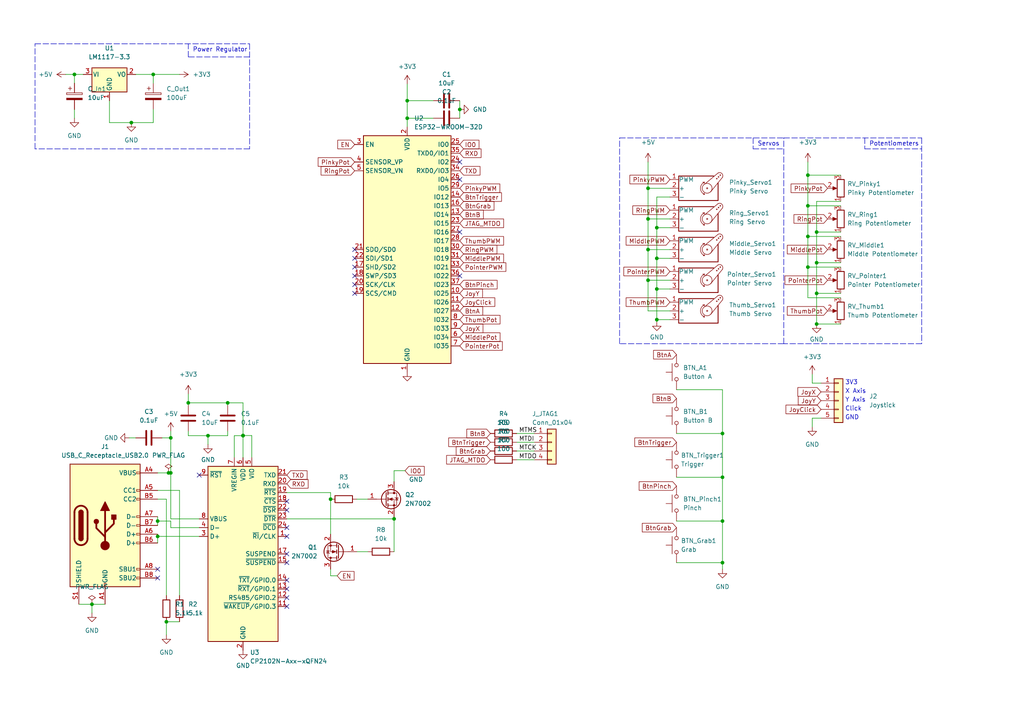
<source format=kicad_sch>
(kicad_sch (version 20211123) (generator eeschema)
  (paper "A4")
  (lib_symbols
    (symbol "Connector:USB_C_Receptacle_USB2.0" (pin_names (offset 1.016))
      (property "Reference" "J" (at -10.16 19.05 0))
      (property "Value" "USB_C_Receptacle_USB2.0" (at 19.05 19.05 0))
      (symbol "USB_C_Receptacle_USB2.0_0_0"
        (rectangle (start -0.254 -17.78) (end 0.254 -16.764))
        (rectangle (start 10.16 -14.986) (end 9.144 -15.494))
        (rectangle (start 10.16 -12.446) (end 9.144 -12.954))
        (rectangle (start 10.16 -4.826) (end 9.144 -5.334))
        (rectangle (start 10.16 -2.286) (end 9.144 -2.794))
        (rectangle (start 10.16 0.254) (end 9.144 -0.254))
        (rectangle (start 10.16 2.794) (end 9.144 2.286))
        (rectangle (start 10.16 7.874) (end 9.144 7.366))
        (rectangle (start 10.16 10.414) (end 9.144 9.906))
        (rectangle (start 10.16 15.494) (end 9.144 14.986))
      )
      (symbol "USB_C_Receptacle_USB2.0_0_1"
        (rectangle (start -10.16 17.78) (end 10.16 -17.78) (stroke (width 0.254)) (fill (type background)))
        (arc (start -8.89 -3.81) (mid -6.985 -5.715) (end -5.08 -3.81) (stroke (width 0.508)))
        (arc (start -7.62 -3.81) (mid -6.985 -4.445) (end -6.35 -3.81) (stroke (width 0.254)))
        (arc (start -7.62 -3.81) (mid -6.985 -4.445) (end -6.35 -3.81) (stroke (width 0.254)) (fill (type outline)))
        (rectangle (start -7.62 -3.81) (end -6.35 3.81) (stroke (width 0.254)) (fill (type outline)))
        (arc (start -6.35 3.81) (mid -6.985 4.445) (end -7.62 3.81) (stroke (width 0.254)))
        (arc (start -6.35 3.81) (mid -6.985 4.445) (end -7.62 3.81) (stroke (width 0.254)) (fill (type outline)))
        (arc (start -5.08 3.81) (mid -6.985 5.715) (end -8.89 3.81) (stroke (width 0.508)))
        (circle (center -2.54 1.143) (radius 0.635) (stroke (width 0.254)) (fill (type outline)))
        (circle (center 0 -5.842) (radius 1.27) (fill (type outline)))
        (polyline (pts (xy -8.89 -3.81) (xy -8.89 3.81)) (stroke (width 0.508)))
        (polyline (pts (xy -5.08 3.81) (xy -5.08 -3.81)) (stroke (width 0.508)))
        (polyline (pts (xy 0 -5.842) (xy 0 4.318)) (stroke (width 0.508)))
        (polyline (pts (xy 0 -3.302) (xy -2.54 -0.762) (xy -2.54 0.508)) (stroke (width 0.508)))
        (polyline (pts (xy 0 -2.032) (xy 2.54 0.508) (xy 2.54 1.778)) (stroke (width 0.508)))
        (polyline (pts (xy -1.27 4.318) (xy 0 6.858) (xy 1.27 4.318) (xy -1.27 4.318)) (stroke (width 0.254)) (fill (type outline)))
        (rectangle (start 1.905 1.778) (end 3.175 3.048) (stroke (width 0.254)) (fill (type outline)))
      )
      (symbol "USB_C_Receptacle_USB2.0_1_1"
        (pin passive line (at 0 -22.86 90) (length 5.08) (name "GND") (number "A1"))
        (pin passive line (at 0 -22.86 90) (length 5.08) hide (name "GND") (number "A12"))
        (pin passive line (at 15.24 15.24 180) (length 5.08) (name "VBUS") (number "A4"))
        (pin bidirectional line (at 15.24 10.16 180) (length 5.08) (name "CC1") (number "A5"))
        (pin bidirectional line (at 15.24 -2.54 180) (length 5.08) (name "D+") (number "A6"))
        (pin bidirectional line (at 15.24 2.54 180) (length 5.08) (name "D-") (number "A7"))
        (pin bidirectional line (at 15.24 -12.7 180) (length 5.08) (name "SBU1") (number "A8"))
        (pin passive line (at 15.24 15.24 180) (length 5.08) hide (name "VBUS") (number "A9"))
        (pin passive line (at 0 -22.86 90) (length 5.08) hide (name "GND") (number "B1"))
        (pin passive line (at 0 -22.86 90) (length 5.08) hide (name "GND") (number "B12"))
        (pin passive line (at 15.24 15.24 180) (length 5.08) hide (name "VBUS") (number "B4"))
        (pin bidirectional line (at 15.24 7.62 180) (length 5.08) (name "CC2") (number "B5"))
        (pin bidirectional line (at 15.24 -5.08 180) (length 5.08) (name "D+") (number "B6"))
        (pin bidirectional line (at 15.24 0 180) (length 5.08) (name "D-") (number "B7"))
        (pin bidirectional line (at 15.24 -15.24 180) (length 5.08) (name "SBU2") (number "B8"))
        (pin passive line (at 15.24 15.24 180) (length 5.08) hide (name "VBUS") (number "B9"))
        (pin passive line (at -7.62 -22.86 90) (length 5.08) (name "SHIELD") (number "S1"))
      )
    )
    (symbol "Connector_Generic:Conn_01x04" (pin_names (offset 1.016) hide)
      (property "Reference" "J" (at 0 5.08 0))
      (property "Value" "Conn_01x04" (at 0 -7.62 0))
      (symbol "Conn_01x04_1_1"
        (rectangle (start -1.27 -4.953) (end 0 -5.207) (stroke (width 0.1524)))
        (rectangle (start -1.27 -2.413) (end 0 -2.667) (stroke (width 0.1524)))
        (rectangle (start -1.27 0.127) (end 0 -0.127) (stroke (width 0.1524)))
        (rectangle (start -1.27 2.667) (end 0 2.413) (stroke (width 0.1524)))
        (rectangle (start -1.27 3.81) (end 1.27 -6.35) (stroke (width 0.254)) (fill (type background)))
        (pin passive line (at -5.08 2.54 0) (length 3.81) (name "Pin_1") (number "1"))
        (pin passive line (at -5.08 0 0) (length 3.81) (name "Pin_2") (number "2"))
        (pin passive line (at -5.08 -2.54 0) (length 3.81) (name "Pin_3") (number "3"))
        (pin passive line (at -5.08 -5.08 0) (length 3.81) (name "Pin_4") (number "4"))
      )
    )
    (symbol "Connector_Generic:Conn_01x05" (pin_names (offset 1.016) hide)
      (property "Reference" "J" (at 0 7.62 0))
      (property "Value" "Conn_01x05" (at 0 -7.62 0))
      (symbol "Conn_01x05_1_1"
        (rectangle (start -1.27 -4.953) (end 0 -5.207) (stroke (width 0.1524)))
        (rectangle (start -1.27 -2.413) (end 0 -2.667) (stroke (width 0.1524)))
        (rectangle (start -1.27 0.127) (end 0 -0.127) (stroke (width 0.1524)))
        (rectangle (start -1.27 2.667) (end 0 2.413) (stroke (width 0.1524)))
        (rectangle (start -1.27 5.207) (end 0 4.953) (stroke (width 0.1524)))
        (rectangle (start -1.27 6.35) (end 1.27 -6.35) (stroke (width 0.254)) (fill (type background)))
        (pin passive line (at -5.08 5.08 0) (length 3.81) (name "Pin_1") (number "1"))
        (pin passive line (at -5.08 2.54 0) (length 3.81) (name "Pin_2") (number "2"))
        (pin passive line (at -5.08 0 0) (length 3.81) (name "Pin_3") (number "3"))
        (pin passive line (at -5.08 -2.54 0) (length 3.81) (name "Pin_4") (number "4"))
        (pin passive line (at -5.08 -5.08 0) (length 3.81) (name "Pin_5") (number "5"))
      )
    )
    (symbol "Device:C" (pin_numbers hide) (pin_names (offset 0.254))
      (property "Reference" "C" (at 0.635 2.54 0))
      (property "Value" "C" (at 0.635 -2.54 0))
      (symbol "C_0_1"
        (polyline (pts (xy -2.032 -0.762) (xy 2.032 -0.762)) (stroke (width 0.508)))
        (polyline (pts (xy -2.032 0.762) (xy 2.032 0.762)) (stroke (width 0.508)))
      )
      (symbol "C_1_1"
        (pin passive line (at 0 3.81 270) (length 2.794) (name "~") (number "1"))
        (pin passive line (at 0 -3.81 90) (length 2.794) (name "~") (number "2"))
      )
    )
    (symbol "Device:C_Polarized" (pin_numbers hide) (pin_names (offset 0.254))
      (property "Reference" "C" (at 0.635 2.54 0))
      (property "Value" "C_Polarized" (at 0.635 -2.54 0))
      (symbol "C_Polarized_0_1"
        (rectangle (start -2.286 0.508) (end 2.286 1.016))
        (polyline (pts (xy -1.778 2.286) (xy -0.762 2.286)))
        (polyline (pts (xy -1.27 2.794) (xy -1.27 1.778)))
        (rectangle (start 2.286 -0.508) (end -2.286 -1.016) (fill (type outline)))
      )
      (symbol "C_Polarized_1_1"
        (pin passive line (at 0 3.81 270) (length 2.794) (name "~") (number "1"))
        (pin passive line (at 0 -3.81 90) (length 2.794) (name "~") (number "2"))
      )
    )
    (symbol "Device:R" (pin_numbers hide) (pin_names (offset 0))
      (property "Reference" "R" (at 2.032 0 90))
      (property "Value" "R" (at 0 0 90))
      (symbol "R_0_1"
        (rectangle (start -1.016 -2.54) (end 1.016 2.54) (stroke (width 0.254)))
      )
      (symbol "R_1_1"
        (pin passive line (at 0 3.81 270) (length 1.27) (name "~") (number "1"))
        (pin passive line (at 0 -3.81 90) (length 1.27) (name "~") (number "2"))
      )
    )
    (symbol "Device:R_Potentiometer" (pin_names (offset 1.016) hide)
      (property "Reference" "RV" (at -4.445 0 90))
      (property "Value" "R_Potentiometer" (at -2.54 0 90))
      (symbol "R_Potentiometer_0_1"
        (polyline (pts (xy 2.54 0) (xy 1.524 0)))
        (polyline (pts (xy 1.143 0) (xy 2.286 0.508) (xy 2.286 -0.508) (xy 1.143 0)) (fill (type outline)))
        (rectangle (start 1.016 2.54) (end -1.016 -2.54) (stroke (width 0.254)))
      )
      (symbol "R_Potentiometer_1_1"
        (pin passive line (at 0 3.81 270) (length 1.27) (name "1") (number "1"))
        (pin passive line (at 3.81 0 180) (length 1.27) (name "2") (number "2"))
        (pin passive line (at 0 -3.81 90) (length 1.27) (name "3") (number "3"))
      )
    )
    (symbol "Interface_USB:CP2102N-Axx-xQFN24"
      (property "Reference" "U" (at -8.89 26.67 0))
      (property "Value" "CP2102N-Axx-xQFN24" (at 13.97 26.67 0))
      (symbol "CP2102N-Axx-xQFN24_0_1"
        (rectangle (start -10.16 25.4) (end 10.16 -25.4) (stroke (width 0.254)) (fill (type background)))
      )
      (symbol "CP2102N-Axx-xQFN24_1_1"
        (pin bidirectional line (at 12.7 5.08 180) (length 2.54) (name "~{RI}/CLK") (number "1"))
        (pin no_connect line (at -10.16 -22.86 0) (length 2.54) hide (name "NC") (number "10"))
        (pin bidirectional line (at 12.7 -15.24 180) (length 2.54) (name "~{WAKEUP}/GPIO.3") (number "11"))
        (pin bidirectional line (at 12.7 -12.7 180) (length 2.54) (name "RS485/GPIO.2") (number "12"))
        (pin bidirectional line (at 12.7 -10.16 180) (length 2.54) (name "~{RXT}/GPIO.1") (number "13"))
        (pin bidirectional line (at 12.7 -7.62 180) (length 2.54) (name "~{TXT}/GPIO.0") (number "14"))
        (pin output line (at 12.7 -2.54 180) (length 2.54) (name "~{SUSPEND}") (number "15"))
        (pin no_connect line (at 10.16 -22.86 180) (length 2.54) hide (name "NC") (number "16"))
        (pin output line (at 12.7 0 180) (length 2.54) (name "SUSPEND") (number "17"))
        (pin input line (at 12.7 15.24 180) (length 2.54) (name "~{CTS}") (number "18"))
        (pin output line (at 12.7 17.78 180) (length 2.54) (name "~{RTS}") (number "19"))
        (pin power_in line (at 0 -27.94 90) (length 2.54) (name "GND") (number "2"))
        (pin input line (at 12.7 20.32 180) (length 2.54) (name "RXD") (number "20"))
        (pin output line (at 12.7 22.86 180) (length 2.54) (name "TXD") (number "21"))
        (pin input line (at 12.7 12.7 180) (length 2.54) (name "~{DSR}") (number "22"))
        (pin output line (at 12.7 10.16 180) (length 2.54) (name "~{DTR}") (number "23"))
        (pin input line (at 12.7 7.62 180) (length 2.54) (name "~{DCD}") (number "24"))
        (pin passive line (at 0 -27.94 90) (length 2.54) hide (name "GND") (number "25"))
        (pin bidirectional line (at -12.7 5.08 0) (length 2.54) (name "D+") (number "3"))
        (pin bidirectional line (at -12.7 7.62 0) (length 2.54) (name "D-") (number "4"))
        (pin power_in line (at 2.54 27.94 270) (length 2.54) (name "VIO") (number "5"))
        (pin power_in line (at 0 27.94 270) (length 2.54) (name "VDD") (number "6"))
        (pin power_in line (at -2.54 27.94 270) (length 2.54) (name "VREGIN") (number "7"))
        (pin input line (at -12.7 10.16 0) (length 2.54) (name "VBUS") (number "8"))
        (pin input line (at -12.7 22.86 0) (length 2.54) (name "~{RST}") (number "9"))
      )
    )
    (symbol "Motor:Motor_Servo" (pin_names (offset 0.0254))
      (property "Reference" "M" (at -5.08 4.445 0))
      (property "Value" "Motor_Servo" (at -5.08 -4.064 0))
      (symbol "Motor_Servo_0_1"
        (polyline (pts (xy 2.413 -1.778) (xy 2.032 -1.778)))
        (polyline (pts (xy 2.413 -1.778) (xy 2.286 -1.397)))
        (polyline (pts (xy 2.413 1.778) (xy 1.905 1.778)))
        (polyline (pts (xy 2.413 1.778) (xy 2.286 1.397)))
        (polyline (pts (xy 6.35 4.445) (xy 2.54 1.27)))
        (polyline (pts (xy 7.62 3.175) (xy 4.191 -1.016)))
        (polyline (pts (xy 5.08 3.556) (xy -5.08 3.556) (xy -5.08 -3.556) (xy 6.35 -3.556) (xy 6.35 1.524)) (stroke (width 0.254)))
        (arc (start 2.413 1.778) (mid 1.2406 0) (end 2.413 -1.778))
        (circle (center 3.175 0) (radius 0.1778))
        (circle (center 3.175 0) (radius 1.4224))
        (circle (center 5.969 2.794) (radius 0.127))
        (circle (center 6.477 3.302) (radius 0.127))
        (circle (center 6.985 3.81) (radius 0.127))
        (arc (start 7.62 3.175) (mid 7.4485 4.2735) (end 6.35 4.445))
      )
      (symbol "Motor_Servo_1_1"
        (pin passive line (at -7.62 2.54 0) (length 2.54) (name "PWM") (number "1"))
        (pin passive line (at -7.62 0 0) (length 2.54) (name "+") (number "2"))
        (pin passive line (at -7.62 -2.54 0) (length 2.54) (name "-") (number "3"))
      )
    )
    (symbol "RF_Module:ESP32-WROOM-32D"
      (property "Reference" "U" (at -12.7 34.29 0))
      (property "Value" "ESP32-WROOM-32D" (at 1.27 34.29 0))
      (symbol "ESP32-WROOM-32D_0_1"
        (rectangle (start -12.7 33.02) (end 12.7 -33.02) (stroke (width 0.254)) (fill (type background)))
      )
      (symbol "ESP32-WROOM-32D_1_1"
        (pin power_in line (at 0 -35.56 90) (length 2.54) (name "GND") (number "1"))
        (pin bidirectional line (at 15.24 -12.7 180) (length 2.54) (name "IO25") (number "10"))
        (pin bidirectional line (at 15.24 -15.24 180) (length 2.54) (name "IO26") (number "11"))
        (pin bidirectional line (at 15.24 -17.78 180) (length 2.54) (name "IO27") (number "12"))
        (pin bidirectional line (at 15.24 10.16 180) (length 2.54) (name "IO14") (number "13"))
        (pin bidirectional line (at 15.24 15.24 180) (length 2.54) (name "IO12") (number "14"))
        (pin passive line (at 0 -35.56 90) (length 2.54) hide (name "GND") (number "15"))
        (pin bidirectional line (at 15.24 12.7 180) (length 2.54) (name "IO13") (number "16"))
        (pin bidirectional line (at -15.24 -5.08 0) (length 2.54) (name "SHD/SD2") (number "17"))
        (pin bidirectional line (at -15.24 -7.62 0) (length 2.54) (name "SWP/SD3") (number "18"))
        (pin bidirectional line (at -15.24 -12.7 0) (length 2.54) (name "SCS/CMD") (number "19"))
        (pin power_in line (at 0 35.56 270) (length 2.54) (name "VDD") (number "2"))
        (pin bidirectional line (at -15.24 -10.16 0) (length 2.54) (name "SCK/CLK") (number "20"))
        (pin bidirectional line (at -15.24 0 0) (length 2.54) (name "SDO/SD0") (number "21"))
        (pin bidirectional line (at -15.24 -2.54 0) (length 2.54) (name "SDI/SD1") (number "22"))
        (pin bidirectional line (at 15.24 7.62 180) (length 2.54) (name "IO15") (number "23"))
        (pin bidirectional line (at 15.24 25.4 180) (length 2.54) (name "IO2") (number "24"))
        (pin bidirectional line (at 15.24 30.48 180) (length 2.54) (name "IO0") (number "25"))
        (pin bidirectional line (at 15.24 20.32 180) (length 2.54) (name "IO4") (number "26"))
        (pin bidirectional line (at 15.24 5.08 180) (length 2.54) (name "IO16") (number "27"))
        (pin bidirectional line (at 15.24 2.54 180) (length 2.54) (name "IO17") (number "28"))
        (pin bidirectional line (at 15.24 17.78 180) (length 2.54) (name "IO5") (number "29"))
        (pin input line (at -15.24 30.48 0) (length 2.54) (name "EN") (number "3"))
        (pin bidirectional line (at 15.24 0 180) (length 2.54) (name "IO18") (number "30"))
        (pin bidirectional line (at 15.24 -2.54 180) (length 2.54) (name "IO19") (number "31"))
        (pin no_connect line (at -12.7 -27.94 0) (length 2.54) hide (name "NC") (number "32"))
        (pin bidirectional line (at 15.24 -5.08 180) (length 2.54) (name "IO21") (number "33"))
        (pin bidirectional line (at 15.24 22.86 180) (length 2.54) (name "RXD0/IO3") (number "34"))
        (pin bidirectional line (at 15.24 27.94 180) (length 2.54) (name "TXD0/IO1") (number "35"))
        (pin bidirectional line (at 15.24 -7.62 180) (length 2.54) (name "IO22") (number "36"))
        (pin bidirectional line (at 15.24 -10.16 180) (length 2.54) (name "IO23") (number "37"))
        (pin passive line (at 0 -35.56 90) (length 2.54) hide (name "GND") (number "38"))
        (pin passive line (at 0 -35.56 90) (length 2.54) hide (name "GND") (number "39"))
        (pin input line (at -15.24 25.4 0) (length 2.54) (name "SENSOR_VP") (number "4"))
        (pin input line (at -15.24 22.86 0) (length 2.54) (name "SENSOR_VN") (number "5"))
        (pin input line (at 15.24 -25.4 180) (length 2.54) (name "IO34") (number "6"))
        (pin input line (at 15.24 -27.94 180) (length 2.54) (name "IO35") (number "7"))
        (pin bidirectional line (at 15.24 -20.32 180) (length 2.54) (name "IO32") (number "8"))
        (pin bidirectional line (at 15.24 -22.86 180) (length 2.54) (name "IO33") (number "9"))
      )
    )
    (symbol "Regulator_Linear:LM1117-3.3" (pin_names (offset 0.254))
      (property "Reference" "U" (at -3.81 3.175 0))
      (property "Value" "LM1117-3.3" (at 0 3.175 0))
      (symbol "LM1117-3.3_0_1"
        (rectangle (start -5.08 -5.08) (end 5.08 1.905) (stroke (width 0.254)) (fill (type background)))
      )
      (symbol "LM1117-3.3_1_1"
        (pin power_in line (at 0 -7.62 90) (length 2.54) (name "GND") (number "1"))
        (pin power_out line (at 7.62 0 180) (length 2.54) (name "VO") (number "2"))
        (pin power_in line (at -7.62 0 0) (length 2.54) (name "VI") (number "3"))
      )
    )
    (symbol "Switch:SW_Push" (pin_numbers hide) (pin_names (offset 1.016) hide)
      (property "Reference" "SW" (at 1.27 2.54 0))
      (property "Value" "SW_Push" (at 0 -1.524 0))
      (symbol "SW_Push_0_1"
        (circle (center -2.032 0) (radius 0.508))
        (polyline (pts (xy 0 1.27) (xy 0 3.048)))
        (polyline (pts (xy 2.54 1.27) (xy -2.54 1.27)))
        (circle (center 2.032 0) (radius 0.508))
        (pin passive line (at -5.08 0 0) (length 2.54) (name "1") (number "1"))
        (pin passive line (at 5.08 0 180) (length 2.54) (name "2") (number "2"))
      )
    )
    (symbol "Transistor_FET:2N7002" (pin_names hide)
      (property "Reference" "Q" (at 5.08 1.905 0))
      (property "Value" "2N7002" (at 5.08 0 0))
      (symbol "2N7002_0_1"
        (polyline (pts (xy 0.254 0) (xy -2.54 0)))
        (polyline (pts (xy 0.254 1.905) (xy 0.254 -1.905)) (stroke (width 0.254)))
        (polyline (pts (xy 0.762 -1.27) (xy 0.762 -2.286)) (stroke (width 0.254)))
        (polyline (pts (xy 0.762 0.508) (xy 0.762 -0.508)) (stroke (width 0.254)))
        (polyline (pts (xy 0.762 2.286) (xy 0.762 1.27)) (stroke (width 0.254)))
        (polyline (pts (xy 2.54 2.54) (xy 2.54 1.778)))
        (polyline (pts (xy 2.54 -2.54) (xy 2.54 0) (xy 0.762 0)))
        (polyline (pts (xy 0.762 -1.778) (xy 3.302 -1.778) (xy 3.302 1.778) (xy 0.762 1.778)))
        (polyline (pts (xy 1.016 0) (xy 2.032 0.381) (xy 2.032 -0.381) (xy 1.016 0)) (fill (type outline)))
        (polyline (pts (xy 2.794 0.508) (xy 2.921 0.381) (xy 3.683 0.381) (xy 3.81 0.254)))
        (polyline (pts (xy 3.302 0.381) (xy 2.921 -0.254) (xy 3.683 -0.254) (xy 3.302 0.381)))
        (circle (center 1.651 0) (radius 2.794) (stroke (width 0.254)))
        (circle (center 2.54 -1.778) (radius 0.254) (fill (type outline)))
        (circle (center 2.54 1.778) (radius 0.254) (fill (type outline)))
      )
      (symbol "2N7002_1_1"
        (pin input line (at -5.08 0 0) (length 2.54) (name "G") (number "1"))
        (pin passive line (at 2.54 -5.08 90) (length 2.54) (name "S") (number "2"))
        (pin passive line (at 2.54 5.08 270) (length 2.54) (name "D") (number "3"))
      )
    )
    (symbol "power:+3V3" (power) (pin_names (offset 0))
      (property "Value" "+3V3" (at 0 3.556 0))
      (symbol "+3V3_0_1"
        (polyline (pts (xy -0.762 1.27) (xy 0 2.54)))
        (polyline (pts (xy 0 0) (xy 0 2.54)))
        (polyline (pts (xy 0 2.54) (xy 0.762 1.27)))
      )
      (symbol "+3V3_1_1"
        (pin power_in line (at 0 0 90) (length 0) hide (name "+3V3") (number "1"))
      )
    )
    (symbol "power:+5V" (power) (pin_names (offset 0))
      (property "Value" "+5V" (at 0 3.556 0))
      (symbol "+5V_0_1"
        (polyline (pts (xy -0.762 1.27) (xy 0 2.54)))
        (polyline (pts (xy 0 0) (xy 0 2.54)))
        (polyline (pts (xy 0 2.54) (xy 0.762 1.27)))
      )
      (symbol "+5V_1_1"
        (pin power_in line (at 0 0 90) (length 0) hide (name "+5V") (number "1"))
      )
    )
    (symbol "power:GND" (power) (pin_names (offset 0))
      (property "Value" "GND" (at 0 -3.81 0))
      (symbol "GND_0_1"
        (polyline (pts (xy 0 0) (xy 0 -1.27) (xy 1.27 -1.27) (xy 0 -2.54) (xy -1.27 -1.27) (xy 0 -1.27)))
      )
      (symbol "GND_1_1"
        (pin power_in line (at 0 0 270) (length 0) hide (name "GND") (number "1"))
      )
    )
    (symbol "power:PWR_FLAG" (power) (pin_numbers hide) (pin_names (offset 0) hide)
      (property "Value" "PWR_FLAG" (at 0 3.81 0))
      (symbol "PWR_FLAG_0_0"
        (pin power_out line (at 0 0 90) (length 0) (name "pwr") (number "1"))
      )
      (symbol "PWR_FLAG_0_1"
        (polyline (pts (xy 0 0) (xy 0 1.27) (xy -1.016 1.905) (xy 0 2.54) (xy 1.016 1.905) (xy 0 1.27)))
      )
    )
  )
  (junction (at 48.895 137.16))
  (junction (at 133.35 31.75))
  (junction (at 234.315 50.8))
  (junction (at 26.67 175.26))
  (junction (at 60.325 126.365))
  (junction (at 48.26 180.34))
  (junction (at 70.485 126.3242))
  (junction (at 236.855 85.09))
  (junction (at 209.55 151.13))
  (junction (at 187.96 72.39))
  (junction (at 54.61 116.84))
  (junction (at 70.485 126.365))
  (junction (at 45.72 155.575))
  (junction (at 187.96 54.61))
  (junction (at 49.53 137.16))
  (junction (at 187.96 63.5))
  (junction (at 209.55 138.43))
  (junction (at 49.53 127))
  (junction (at 234.315 68.58))
  (junction (at 45.72 151.13))
  (junction (at 21.59 21.59))
  (junction (at 38.1 35.56))
  (junction (at 95.885 144.78))
  (junction (at 190.5 74.93))
  (junction (at 190.5 66.04))
  (junction (at 114.3 150.495))
  (junction (at 66.04 116.84))
  (junction (at 234.315 59.69))
  (junction (at 234.315 77.47))
  (junction (at 236.855 93.98))
  (junction (at 209.55 125.73))
  (junction (at 236.855 76.2))
  (junction (at 187.96 81.28))
  (junction (at 209.55 163.195))
  (junction (at 190.5 92.71))
  (junction (at 236.855 67.31))
  (junction (at 118.11 29.21))
  (junction (at 44.45 21.59))
  (junction (at 190.5 83.82))
  (junction (at 118.11 34.29))
  (no_connect (at 133.35 46.99))
  (no_connect (at 102.87 82.55))
  (no_connect (at 83.185 160.655))
  (no_connect (at 83.185 175.895))
  (no_connect (at 83.185 147.955))
  (no_connect (at 102.87 77.47))
  (no_connect (at 83.185 173.355))
  (no_connect (at 83.185 155.575))
  (no_connect (at 102.87 85.09))
  (no_connect (at 57.785 137.795))
  (no_connect (at 102.87 80.01))
  (no_connect (at 83.185 163.195))
  (no_connect (at 102.87 74.93))
  (no_connect (at 83.185 168.275))
  (no_connect (at 102.87 72.39))
  (no_connect (at 45.72 165.1))
  (no_connect (at 45.72 167.64))
  (no_connect (at 83.185 145.415))
  (no_connect (at 83.185 153.035))
  (no_connect (at 83.185 170.815))
  (no_connect (at 133.35 80.01))
  (no_connect (at 133.35 67.31))
  (no_connect (at 133.35 52.07))
  (wire (pts (xy 190.5 66.04) (xy 194.31 66.04)))
  (wire (pts (xy 149.86 125.73) (xy 154.94 125.73)))
  (polyline (pts (xy 179.705 40.005) (xy 227.33 40.005)))
  (wire (pts (xy 209.55 151.13) (xy 209.55 163.195)))
  (wire (pts (xy 21.59 31.75) (xy 21.59 34.29)))
  (polyline (pts (xy 218.44 40.005) (xy 218.44 43.18)))
  (wire (pts (xy 26.67 175.26) (xy 30.48 175.26)))
  (polyline (pts (xy 250.825 40.005) (xy 250.825 43.18)))
  (polyline (pts (xy 227.33 99.695) (xy 179.705 99.695)))
  (wire (pts (xy 31.75 35.56) (xy 38.1 35.56)))
  (wire (pts (xy 70.485 126.365) (xy 67.945 126.365)))
  (wire (pts (xy 52.07 142.24) (xy 52.07 172.72)))
  (wire (pts (xy 39.37 21.59) (xy 44.45 21.59)))
  (wire (pts (xy 48.26 180.34) (xy 52.07 180.34)))
  (wire (pts (xy 31.75 29.21) (xy 31.75 35.56)))
  (wire (pts (xy 49.53 151.13) (xy 45.72 151.13)))
  (wire (pts (xy 66.04 126.365) (xy 60.325 126.365)))
  (wire (pts (xy 194.31 63.5) (xy 187.96 63.5)))
  (wire (pts (xy 44.45 31.75) (xy 44.45 35.56)))
  (wire (pts (xy 209.55 113.03) (xy 209.55 125.73)))
  (wire (pts (xy 133.35 29.21) (xy 133.35 31.75)))
  (wire (pts (xy 234.315 77.47) (xy 234.315 86.36)))
  (polyline (pts (xy 227.33 99.695) (xy 227.33 40.005)))
  (wire (pts (xy 44.45 21.59) (xy 44.45 24.13)))
  (wire (pts (xy 243.84 58.42) (xy 236.855 58.42)))
  (polyline (pts (xy 54.61 16.51) (xy 54.61 12.7)))
  (polyline (pts (xy 72.39 12.7) (xy 72.39 43.18)))
  (wire (pts (xy 70.485 126.365) (xy 70.485 132.715)))
  (wire (pts (xy 236.855 58.42) (xy 236.855 67.31)))
  (wire (pts (xy 60.325 126.365) (xy 54.61 126.365)))
  (wire (pts (xy 95.885 144.78) (xy 95.885 154.94)))
  (wire (pts (xy 209.55 125.73) (xy 196.215 125.73)))
  (wire (pts (xy 118.11 34.29) (xy 118.11 36.83)))
  (wire (pts (xy 187.96 90.17) (xy 187.96 81.28)))
  (wire (pts (xy 66.04 116.84) (xy 70.485 116.84)))
  (polyline (pts (xy 10.16 12.7) (xy 72.39 12.7)))
  (wire (pts (xy 103.505 160.02) (xy 106.68 160.02)))
  (wire (pts (xy 21.59 21.59) (xy 24.13 21.59)))
  (wire (pts (xy 48.895 137.16) (xy 45.72 137.16)))
  (wire (pts (xy 114.3 149.86) (xy 114.3 150.495)))
  (wire (pts (xy 45.72 155.575) (xy 45.72 157.48)))
  (wire (pts (xy 234.315 68.58) (xy 234.315 77.47)))
  (wire (pts (xy 45.72 151.13) (xy 45.72 152.4)))
  (wire (pts (xy 45.72 142.24) (xy 52.07 142.24)))
  (wire (pts (xy 194.31 90.17) (xy 187.96 90.17)))
  (wire (pts (xy 83.185 142.875) (xy 95.885 142.875)))
  (wire (pts (xy 54.61 126.365) (xy 54.61 125.095)))
  (wire (pts (xy 236.855 76.2) (xy 243.84 76.2)))
  (wire (pts (xy 234.315 77.47) (xy 243.84 77.47)))
  (wire (pts (xy 236.855 93.98) (xy 243.84 93.98)))
  (wire (pts (xy 49.53 153.035) (xy 49.53 151.13)))
  (polyline (pts (xy 218.44 43.18) (xy 227.33 43.18)))
  (wire (pts (xy 54.61 116.84) (xy 54.61 117.475)))
  (wire (pts (xy 187.96 54.61) (xy 187.96 46.99)))
  (wire (pts (xy 149.86 133.35) (xy 154.94 133.35)))
  (wire (pts (xy 190.5 83.82) (xy 194.31 83.82)))
  (wire (pts (xy 48.26 144.78) (xy 48.26 172.72)))
  (wire (pts (xy 238.125 121.285) (xy 235.585 121.285)))
  (wire (pts (xy 60.325 128.905) (xy 60.325 126.365)))
  (wire (pts (xy 235.585 111.125) (xy 235.585 108.585)))
  (wire (pts (xy 243.84 67.31) (xy 236.855 67.31)))
  (wire (pts (xy 66.04 125.095) (xy 66.04 126.365)))
  (wire (pts (xy 103.505 144.78) (xy 106.68 144.78)))
  (wire (pts (xy 209.55 163.195) (xy 209.55 165.1)))
  (wire (pts (xy 49.53 127) (xy 49.53 137.16)))
  (wire (pts (xy 22.86 175.26) (xy 26.67 175.26)))
  (polyline (pts (xy 179.705 99.695) (xy 179.705 40.005)))
  (wire (pts (xy 118.11 24.384) (xy 118.11 29.21)))
  (polyline (pts (xy 10.16 43.18) (xy 10.16 12.7)))
  (wire (pts (xy 133.35 31.75) (xy 133.35 34.29)))
  (wire (pts (xy 194.31 72.39) (xy 187.96 72.39)))
  (wire (pts (xy 234.315 50.8) (xy 243.84 50.8)))
  (wire (pts (xy 38.1 35.56) (xy 44.45 35.56)))
  (wire (pts (xy 149.86 128.27) (xy 154.94 128.27)))
  (wire (pts (xy 45.72 149.86) (xy 45.72 151.13)))
  (wire (pts (xy 114.3 136.525) (xy 117.475 136.525)))
  (wire (pts (xy 118.11 29.21) (xy 118.11 34.29)))
  (wire (pts (xy 234.315 50.8) (xy 234.315 59.69)))
  (wire (pts (xy 49.53 137.16) (xy 49.53 150.495)))
  (wire (pts (xy 83.185 150.495) (xy 114.3 150.495)))
  (wire (pts (xy 54.61 116.84) (xy 66.04 116.84)))
  (wire (pts (xy 57.785 153.035) (xy 49.53 153.035)))
  (wire (pts (xy 45.72 155.575) (xy 57.785 155.575)))
  (wire (pts (xy 190.5 92.71) (xy 190.5 93.345)))
  (wire (pts (xy 243.84 59.69) (xy 234.315 59.69)))
  (wire (pts (xy 187.96 81.28) (xy 187.96 72.39)))
  (wire (pts (xy 194.31 81.28) (xy 187.96 81.28)))
  (wire (pts (xy 125.73 34.29) (xy 118.11 34.29)))
  (wire (pts (xy 190.5 83.82) (xy 190.5 92.71)))
  (polyline (pts (xy 250.825 43.18) (xy 267.335 43.18)))
  (polyline (pts (xy 227.33 40.005) (xy 267.335 40.005)))
  (wire (pts (xy 209.55 125.73) (xy 209.55 138.43)))
  (wire (pts (xy 209.55 138.43) (xy 196.215 138.43)))
  (wire (pts (xy 196.215 163.195) (xy 209.55 163.195)))
  (wire (pts (xy 70.485 116.84) (xy 70.485 126.3242)))
  (wire (pts (xy 48.26 180.34) (xy 48.26 184.15)))
  (wire (pts (xy 118.11 29.21) (xy 125.73 29.21)))
  (wire (pts (xy 234.315 68.58) (xy 243.84 68.58)))
  (wire (pts (xy 209.55 138.43) (xy 209.55 151.13)))
  (wire (pts (xy 95.885 167.005) (xy 97.79 167.005)))
  (wire (pts (xy 190.5 74.93) (xy 194.31 74.93)))
  (wire (pts (xy 49.53 125.095) (xy 49.53 127)))
  (wire (pts (xy 236.855 85.09) (xy 243.84 85.09)))
  (wire (pts (xy 194.31 57.15) (xy 190.5 57.15)))
  (wire (pts (xy 190.5 57.15) (xy 190.5 66.04)))
  (wire (pts (xy 95.885 142.875) (xy 95.885 144.78)))
  (wire (pts (xy 234.315 50.8) (xy 234.315 46.99)))
  (polyline (pts (xy 72.39 43.18) (xy 10.16 43.18)))
  (wire (pts (xy 95.885 165.1) (xy 95.885 167.005)))
  (wire (pts (xy 49.53 137.16) (xy 48.895 137.16)))
  (wire (pts (xy 187.96 72.39) (xy 187.96 63.5)))
  (wire (pts (xy 187.96 63.5) (xy 187.96 54.61)))
  (wire (pts (xy 236.855 85.09) (xy 236.855 93.98)))
  (polyline (pts (xy 267.335 99.695) (xy 227.33 99.695)))
  (wire (pts (xy 190.5 74.93) (xy 190.5 83.82)))
  (wire (pts (xy 54.61 114.3) (xy 54.61 116.84)))
  (wire (pts (xy 190.5 66.04) (xy 190.5 74.93)))
  (wire (pts (xy 114.3 139.7) (xy 114.3 136.525)))
  (polyline (pts (xy 72.39 16.51) (xy 54.61 16.51)))
  (wire (pts (xy 236.855 76.2) (xy 236.855 85.09)))
  (wire (pts (xy 235.585 121.285) (xy 235.585 123.825)))
  (wire (pts (xy 45.72 144.78) (xy 48.26 144.78)))
  (wire (pts (xy 19.05 21.59) (xy 21.59 21.59)))
  (wire (pts (xy 37.465 127) (xy 39.37 127)))
  (wire (pts (xy 73.025 126.3242) (xy 73.025 132.715)))
  (wire (pts (xy 194.31 54.61) (xy 187.96 54.61)))
  (wire (pts (xy 45.72 154.94) (xy 45.72 155.575)))
  (wire (pts (xy 114.3 150.495) (xy 114.3 160.02)))
  (wire (pts (xy 236.855 67.31) (xy 236.855 76.2)))
  (wire (pts (xy 21.59 21.59) (xy 21.59 24.13)))
  (wire (pts (xy 70.485 126.3242) (xy 70.485 126.365)))
  (wire (pts (xy 46.99 127) (xy 49.53 127)))
  (wire (pts (xy 238.125 111.125) (xy 235.585 111.125)))
  (wire (pts (xy 49.53 150.495) (xy 57.785 150.495)))
  (wire (pts (xy 70.485 126.3242) (xy 73.025 126.3242)))
  (wire (pts (xy 26.67 175.26) (xy 26.67 177.8)))
  (wire (pts (xy 149.86 130.81) (xy 154.94 130.81)))
  (wire (pts (xy 67.945 126.365) (xy 67.945 132.715)))
  (wire (pts (xy 234.315 59.69) (xy 234.315 68.58)))
  (wire (pts (xy 209.55 151.13) (xy 196.215 151.13)))
  (wire (pts (xy 66.04 116.84) (xy 66.04 117.475)))
  (polyline (pts (xy 267.335 40.005) (xy 267.335 99.695)))
  (wire (pts (xy 44.45 21.59) (xy 52.07 21.59)))
  (wire (pts (xy 243.84 86.36) (xy 234.315 86.36)))
  (wire (pts (xy 194.31 92.71) (xy 190.5 92.71)))
  (wire (pts (xy 196.215 113.03) (xy 209.55 113.03)))
  (text "X Axis" (at 245.11 114.3 0) (effects (font (size 1.27 1.27)) (justify left bottom)))
  (text "Servos" (at 219.71 42.545 0) (effects (font (size 1.27 1.27)) (justify left bottom)))
  (text "Power Regulator\n" (at 55.88 15.24 0) (effects (font (size 1.27 1.27)) (justify left bottom)))
  (text "Y Axis" (at 245.11 116.84 0) (effects (font (size 1.27 1.27)) (justify left bottom)))
  (text "GND\n" (at 245.11 121.92 0) (effects (font (size 1.27 1.27)) (justify left bottom)))
  (text "3V3" (at 245.11 111.76 0) (effects (font (size 1.27 1.27)) (justify left bottom)))
  (text "Potentiometers" (at 252.095 42.545 0) (effects (font (size 1.27 1.27)) (justify left bottom)))
  (text "Click" (at 245.11 119.38 0) (effects (font (size 1.27 1.27)) (justify left bottom)))
  (label "MTDI" (at 150.495 128.27 0))
  (label "MTDO" (at 150.495 133.35 0))
  (label "MTCK" (at 150.495 130.81 0))
  (label "MTMS" (at 150.495 125.73 0))
  (global_label "BtnB" (shape input) (at 196.215 115.57 180) (property "Intersheet References" "${INTERSHEET_REFS}" (effects hide)))
  (global_label "BtnB" (shape input) (at 142.24 125.73 180) (property "Intersheet References" "${INTERSHEET_REFS}" (effects hide)))
  (global_label "PointerPot" (shape input) (at 133.35 100.33 0) (property "Intersheet References" "${INTERSHEET_REFS}" (effects hide)))
  (global_label "BtnTrigger" (shape input) (at 196.215 128.27 180) (property "Intersheet References" "${INTERSHEET_REFS}" (effects hide)))
  (global_label "JoyY" (shape input) (at 133.35 85.09 0) (property "Intersheet References" "${INTERSHEET_REFS}" (effects hide)))
  (global_label "BtnPinch" (shape input) (at 133.35 82.55 0) (property "Intersheet References" "${INTERSHEET_REFS}" (effects hide)))
  (global_label "BtnB" (shape input) (at 133.35 62.23 0) (property "Intersheet References" "${INTERSHEET_REFS}" (effects hide)))
  (global_label "JTAG_MTDO" (shape input) (at 142.24 133.35 180) (property "Intersheet References" "${INTERSHEET_REFS}" (effects hide)))
  (global_label "BtnA" (shape input) (at 133.35 90.17 0) (property "Intersheet References" "${INTERSHEET_REFS}" (effects hide)))
  (global_label "IO0" (shape input) (at 117.475 136.525 0) (property "Intersheet References" "${INTERSHEET_REFS}" (effects hide)))
  (global_label "ThumbPot" (shape input) (at 133.35 92.71 0) (property "Intersheet References" "${INTERSHEET_REFS}" (effects hide)))
  (global_label "BtnGrab" (shape input) (at 133.35 59.69 0) (property "Intersheet References" "${INTERSHEET_REFS}" (effects hide)))
  (global_label "ThumbPot" (shape input) (at 240.03 90.17 180) (property "Intersheet References" "${INTERSHEET_REFS}" (effects hide)))
  (global_label "JoyY" (shape input) (at 238.125 116.205 180) (property "Intersheet References" "${INTERSHEET_REFS}" (effects hide)))
  (global_label "RingPot" (shape input) (at 240.03 63.5 180) (property "Intersheet References" "${INTERSHEET_REFS}" (effects hide)))
  (global_label "MiddlePot" (shape input) (at 240.03 72.39 180) (property "Intersheet References" "${INTERSHEET_REFS}" (effects hide)))
  (global_label "BtnGrab" (shape input) (at 196.215 153.035 180) (property "Intersheet References" "${INTERSHEET_REFS}" (effects hide)))
  (global_label "BtnGrab" (shape input) (at 142.24 130.81 180) (property "Intersheet References" "${INTERSHEET_REFS}" (effects hide)))
  (global_label "EN" (shape input) (at 97.79 167.005 0) (property "Intersheet References" "${INTERSHEET_REFS}" (effects hide)))
  (global_label "PointerPot" (shape input) (at 240.03 81.28 180) (property "Intersheet References" "${INTERSHEET_REFS}" (effects hide)))
  (global_label "ThumbPWM" (shape input) (at 194.31 87.63 180) (property "Intersheet References" "${INTERSHEET_REFS}" (effects hide)))
  (global_label "RXD" (shape input) (at 133.35 44.45 0) (property "Intersheet References" "${INTERSHEET_REFS}" (effects hide)))
  (global_label "JTAG_MTDO" (shape input) (at 133.35 64.77 0) (property "Intersheet References" "${INTERSHEET_REFS}" (effects hide)))
  (global_label "JoyClick" (shape input) (at 238.125 118.745 180) (property "Intersheet References" "${INTERSHEET_REFS}" (effects hide)))
  (global_label "EN" (shape input) (at 102.87 41.91 180) (property "Intersheet References" "${INTERSHEET_REFS}" (effects hide)))
  (global_label "BtnTrigger" (shape input) (at 133.35 57.15 0) (property "Intersheet References" "${INTERSHEET_REFS}" (effects hide)))
  (global_label "BtnPinch" (shape input) (at 196.215 140.97 180) (property "Intersheet References" "${INTERSHEET_REFS}" (effects hide)))
  (global_label "RingPWM" (shape input) (at 133.35 72.39 0) (property "Intersheet References" "${INTERSHEET_REFS}" (effects hide)))
  (global_label "RingPot" (shape input) (at 102.87 49.53 180) (property "Intersheet References" "${INTERSHEET_REFS}" (effects hide)))
  (global_label "PinkyPWM" (shape input) (at 194.31 52.07 180) (property "Intersheet References" "${INTERSHEET_REFS}" (effects hide)))
  (global_label "JoyX" (shape input) (at 133.35 95.25 0) (property "Intersheet References" "${INTERSHEET_REFS}" (effects hide)))
  (global_label "PinkyPWM" (shape input) (at 133.35 54.61 0) (property "Intersheet References" "${INTERSHEET_REFS}" (effects hide)))
  (global_label "RingPWM" (shape input) (at 194.31 60.96 180) (property "Intersheet References" "${INTERSHEET_REFS}" (effects hide)))
  (global_label "BtnA" (shape input) (at 196.215 102.87 180) (property "Intersheet References" "${INTERSHEET_REFS}" (effects hide)))
  (global_label "JoyX" (shape input) (at 238.125 113.665 180) (property "Intersheet References" "${INTERSHEET_REFS}" (effects hide)))
  (global_label "PointerPWM" (shape input) (at 194.31 78.74 180) (property "Intersheet References" "${INTERSHEET_REFS}" (effects hide)))
  (global_label "PointerPWM" (shape input) (at 133.35 77.47 0) (property "Intersheet References" "${INTERSHEET_REFS}" (effects hide)))
  (global_label "MiddlePWM" (shape input) (at 194.31 69.85 180) (property "Intersheet References" "${INTERSHEET_REFS}" (effects hide)))
  (global_label "TXD" (shape input) (at 133.35 49.53 0) (property "Intersheet References" "${INTERSHEET_REFS}" (effects hide)))
  (global_label "RXD" (shape input) (at 83.185 140.335 0) (property "Intersheet References" "${INTERSHEET_REFS}" (effects hide)))
  (global_label "MiddlePot" (shape input) (at 133.35 97.79 0) (property "Intersheet References" "${INTERSHEET_REFS}" (effects hide)))
  (global_label "JoyClick" (shape input) (at 133.35 87.63 0) (property "Intersheet References" "${INTERSHEET_REFS}" (effects hide)))
  (global_label "MiddlePWM" (shape input) (at 133.35 74.93 0) (property "Intersheet References" "${INTERSHEET_REFS}" (effects hide)))
  (global_label "IO0" (shape input) (at 133.35 41.91 0) (property "Intersheet References" "${INTERSHEET_REFS}" (effects hide)))
  (global_label "TXD" (shape input) (at 83.185 137.795 0) (property "Intersheet References" "${INTERSHEET_REFS}" (effects hide)))
  (global_label "PinkyPot" (shape input) (at 102.87 46.99 180) (property "Intersheet References" "${INTERSHEET_REFS}" (effects hide)))
  (global_label "PinkyPot" (shape input) (at 240.03 54.61 180) (property "Intersheet References" "${INTERSHEET_REFS}" (effects hide)))
  (global_label "BtnTrigger" (shape input) (at 142.24 128.27 180) (property "Intersheet References" "${INTERSHEET_REFS}" (effects hide)))
  (global_label "ThumbPWM" (shape input) (at 133.35 69.85 0) (property "Intersheet References" "${INTERSHEET_REFS}" (effects hide)))
  (symbol (lib_id "power:GND") (at 38.1 35.56 0) (unit 1)
    (property "Reference" "#PWR05" (effects hide))
    (property "Value" "GND" (at 38.1 40.64 0))
  )
  (symbol (lib_id "Transistor_FET:2N7002") (at 98.425 160.02 180) (unit 1)
    (property "Reference" "Q1" (at 92.075 158.7499 0) (effects (justify left)))
    (property "Value" "2N7002" (at 92.075 161.2899 0) (effects (justify left)))
    (property "Footprint" "Package_TO_SOT_SMD:SOT-23" (effects hide))
    (property "Datasheet" "https://www.onsemi.com/pub/Collateral/NDS7002A-D.PDF" (effects hide))
  )
  (symbol (lib_id "RF_Module:ESP32-WROOM-32D") (at 118.11 72.39 0) (unit 1)
    (property "Reference" "U2" (at 120.1294 34.29 0) (effects (justify left)))
    (property "Value" "ESP32-WROOM-32D" (at 120.1294 36.83 0) (effects (justify left)))
    (property "Footprint" "RF_Module:ESP32-WROOM-32" (effects hide))
    (property "Datasheet" "https://www.espressif.com/sites/default/files/documentation/esp32-wroom-32d_esp32-wroom-32u_datasheet_en.pdf" (effects hide))
  )
  (symbol (lib_id "Device:R") (at 146.05 130.81 90) (unit 1)
    (property "Reference" "R6" (at 146.05 125.095 90))
    (property "Value" "100" (at 146.05 127.635 90))
    (property "Footprint" "Resistor_SMD:R_0805_2012Metric_Pad1.20x1.40mm_HandSolder" (effects hide))
  )
  (symbol (lib_id "Motor:Motor_Servo") (at 201.93 54.61 0) (unit 1)
    (property "Reference" "Pinky_Servo1" (at 211.455 52.9065 0) (effects (justify left)))
    (property "Value" "Pinky Servo" (at 211.455 55.4465 0) (effects (justify left)))
    (property "Footprint" "Connector_JST:JST_XH_B3B-XH-A_1x03_P2.50mm_Vertical" (effects hide))
    (property "Datasheet" "http://forums.parallax.com/uploads/attachments/46831/74481.png" (effects hide))
  )
  (symbol (lib_id "power:GND") (at 70.485 188.595 0) (unit 1)
    (property "Reference" "#PWR020" (effects hide))
    (property "Value" "GND" (at 70.485 193.04 0))
  )
  (symbol (lib_id "power:+5V") (at 19.05 21.59 90) (unit 1)
    (property "Reference" "#PWR02" (effects hide))
    (property "Value" "+5V" (at 15.24 21.5899 90) (effects (justify left)))
  )
  (symbol (lib_id "Connector_Generic:Conn_01x05") (at 243.205 116.205 0) (unit 1)
    (property "Reference" "J2" (at 252.095 114.935 0) (effects (justify left)))
    (property "Value" "Joystick" (at 252.095 117.475 0) (effects (justify left)))
    (property "Footprint" "Connector_JST:JST_XH_B5B-XH-A_1x05_P2.50mm_Vertical" (effects hide))
  )
  (symbol (lib_id "Regulator_Linear:LM1117-3.3") (at 31.75 21.59 0) (unit 1)
    (property "Reference" "U1" (at 31.75 13.97 0))
    (property "Value" "LM1117-3.3" (at 31.75 16.51 0))
    (property "Footprint" "Package_TO_SOT_SMD:SOT-223" (effects hide))
    (property "Datasheet" "http://www.ti.com/lit/ds/symlink/lm1117.pdf" (effects hide))
  )
  (symbol (lib_id "power:GND") (at 48.26 184.15 0) (unit 1)
    (property "Reference" "#PWR021" (effects hide))
    (property "Value" "GND" (at 48.26 189.23 0))
  )
  (symbol (lib_id "Device:R") (at 48.26 176.53 0) (unit 1)
    (property "Reference" "R1" (at 50.8 175.2599 0) (effects (justify left)))
    (property "Value" "5.1k" (at 50.8 177.7999 0) (effects (justify left)))
    (property "Footprint" "Resistor_SMD:R_0805_2012Metric_Pad1.20x1.40mm_HandSolder" (effects hide))
  )
  (symbol (lib_id "Device:R") (at 146.05 125.73 90) (unit 1)
    (property "Reference" "R4" (at 146.05 120.015 90))
    (property "Value" "100" (at 146.05 122.555 90))
    (property "Footprint" "Resistor_SMD:R_0805_2012Metric_Pad1.20x1.40mm_HandSolder" (effects hide))
  )
  (symbol (lib_id "power:+3V3") (at 54.61 114.3 0) (unit 1)
    (property "Reference" "#PWR018" (effects hide))
    (property "Value" "+3V3" (at 54.61 108.585 0))
  )
  (symbol (lib_id "power:GND") (at 60.325 128.905 0) (unit 1)
    (property "Reference" "#PWR019" (effects hide))
    (property "Value" "GND" (at 60.325 133.35 0))
  )
  (symbol (lib_id "Device:C") (at 43.18 127 90) (unit 1)
    (property "Reference" "C3" (at 43.18 119.38 90))
    (property "Value" "0.1uF" (at 43.18 121.92 90))
    (property "Footprint" "Capacitor_SMD:C_0805_2012Metric_Pad1.18x1.45mm_HandSolder" (effects hide))
  )
  (symbol (lib_id "Device:R") (at 146.05 133.35 90) (unit 1)
    (property "Reference" "R7" (at 146.05 127.635 90))
    (property "Value" "100" (at 146.05 130.175 90))
    (property "Footprint" "Resistor_SMD:R_0805_2012Metric_Pad1.20x1.40mm_HandSolder" (effects hide))
  )
  (symbol (lib_id "Switch:SW_Push") (at 196.215 146.05 90) (unit 1)
    (property "Reference" "BTN_Pinch1" (at 198.12 144.7799 90) (effects (justify right)))
    (property "Value" "Pinch" (at 198.12 147.3199 90) (effects (justify right)))
    (property "Footprint" "Connector_JST:JST_XH_B2B-XH-A_1x02_P2.50mm_Vertical" (effects hide))
  )
  (symbol (lib_id "power:+3V3") (at 235.585 108.585 0) (unit 1)
    (property "Reference" "#PWR014" (effects hide))
    (property "Value" "+3V3" (at 235.585 103.505 0))
  )
  (symbol (lib_id "power:GND") (at 133.35 31.75 90) (unit 1)
    (property "Reference" "#PWR09" (effects hide))
    (property "Value" "GND" (at 137.16 31.7499 90) (effects (justify right)))
  )
  (symbol (lib_id "Device:R_Potentiometer") (at 243.84 90.17 180) (unit 1)
    (property "Reference" "RV_Thumb1" (at 245.745 88.8999 0) (effects (justify right)))
    (property "Value" "Thumb Potentiometer" (at 245.745 91.4399 0) (effects (justify right)))
    (property "Footprint" "Connector_JST:JST_XH_B3B-XH-A_1x03_P2.50mm_Vertical" (effects hide))
  )
  (symbol (lib_id "Device:C") (at 54.61 121.285 0) (unit 1)
    (property "Reference" "C4" (at 58.42 120.0149 0) (effects (justify left)))
    (property "Value" "10uF" (at 58.42 122.5549 0) (effects (justify left)))
    (property "Footprint" "Capacitor_SMD:C_0805_2012Metric_Pad1.18x1.45mm_HandSolder" (effects hide))
  )
  (symbol (lib_id "power:GND") (at 26.67 177.8 0) (unit 1)
    (property "Reference" "#PWR01" (effects hide))
    (property "Value" "GND" (at 26.67 182.88 0))
  )
  (symbol (lib_id "Transistor_FET:2N7002") (at 111.76 144.78 0) (unit 1)
    (property "Reference" "Q2" (at 117.475 143.5099 0) (effects (justify left)))
    (property "Value" "2N7002" (at 117.475 146.0499 0) (effects (justify left)))
    (property "Footprint" "Package_TO_SOT_SMD:SOT-23" (effects hide))
    (property "Datasheet" "https://www.onsemi.com/pub/Collateral/NDS7002A-D.PDF" (effects hide))
  )
  (symbol (lib_id "Device:C_Polarized") (at 21.59 27.94 0) (unit 1)
    (property "Reference" "C_In1" (at 25.4 25.7809 0) (effects (justify left)))
    (property "Value" "10uF" (at 25.4 28.3209 0) (effects (justify left)))
    (property "Footprint" "Capacitor_SMD:C_0805_2012Metric_Pad1.18x1.45mm_HandSolder" (effects hide))
  )
  (symbol (lib_id "power:+3V3") (at 52.07 21.59 270) (unit 1)
    (property "Reference" "#PWR06" (effects hide))
    (property "Value" "+3V3" (at 55.88 21.5899 90) (effects (justify left)))
  )
  (symbol (lib_id "Motor:Motor_Servo") (at 201.93 72.39 0) (unit 1)
    (property "Reference" "Middle_Servo1" (at 211.455 70.6865 0) (effects (justify left)))
    (property "Value" "Middle Servo" (at 211.455 73.2265 0) (effects (justify left)))
    (property "Footprint" "Connector_JST:JST_XH_B3B-XH-A_1x03_P2.50mm_Vertical" (effects hide))
    (property "Datasheet" "http://forums.parallax.com/uploads/attachments/46831/74481.png" (effects hide))
  )
  (symbol (lib_id "power:GND") (at 236.855 93.98 0) (unit 1)
    (property "Reference" "#PWR016" (effects hide))
    (property "Value" "GND" (at 236.855 98.425 0))
  )
  (symbol (lib_id "power:GND") (at 209.55 165.1 0) (unit 1)
    (property "Reference" "#PWR012" (effects hide))
    (property "Value" "GND" (at 209.55 170.18 0))
  )
  (symbol (lib_id "power:GND") (at 235.585 123.825 0) (unit 1)
    (property "Reference" "#PWR015" (effects hide))
    (property "Value" "GND" (at 235.585 128.905 0))
  )
  (symbol (lib_id "Device:R_Potentiometer") (at 243.84 63.5 180) (unit 1)
    (property "Reference" "RV_Ring1" (at 245.745 62.2299 0) (effects (justify right)))
    (property "Value" "Ring Potentiometer" (at 245.745 64.7699 0) (effects (justify right)))
    (property "Footprint" "Connector_JST:JST_XH_B3B-XH-A_1x03_P2.50mm_Vertical" (effects hide))
  )
  (symbol (lib_id "power:PWR_FLAG") (at 48.895 137.16 0) (unit 1)
    (property "Reference" "#FLG02" (effects hide))
    (property "Value" "PWR_FLAG" (at 48.895 132.08 0))
  )
  (symbol (lib_id "Device:C") (at 129.54 34.29 90) (unit 1)
    (property "Reference" "C2" (at 129.54 26.67 90))
    (property "Value" "0.1uF" (at 129.54 29.21 90))
    (property "Footprint" "Capacitor_SMD:C_0805_2012Metric_Pad1.18x1.45mm_HandSolder" (effects hide))
  )
  (symbol (lib_id "Interface_USB:CP2102N-Axx-xQFN24") (at 70.485 160.655 0) (unit 1)
    (property "Reference" "U3" (at 72.5044 189.23 0) (effects (justify left)))
    (property "Value" "CP2102N-Axx-xQFN24" (at 72.5044 191.77 0) (effects (justify left)))
    (property "Footprint" "Package_DFN_QFN:QFN-24-1EP_4x4mm_P0.5mm_EP2.6x2.6mm" (effects hide))
    (property "Datasheet" "https://www.silabs.com/documents/public/data-sheets/cp2102n-datasheet.pdf" (effects hide))
  )
  (symbol (lib_id "Device:R") (at 99.695 144.78 90) (unit 1)
    (property "Reference" "R3" (at 99.695 138.43 90))
    (property "Value" "10k" (at 99.695 140.97 90))
    (property "Footprint" "Resistor_SMD:R_0805_2012Metric_Pad1.20x1.40mm_HandSolder" (effects hide))
  )
  (symbol (lib_id "Device:R") (at 146.05 128.27 90) (unit 1)
    (property "Reference" "R5" (at 146.05 122.555 90))
    (property "Value" "100" (at 146.05 125.095 90))
    (property "Footprint" "Resistor_SMD:R_0805_2012Metric_Pad1.20x1.40mm_HandSolder" (effects hide))
  )
  (symbol (lib_id "Motor:Motor_Servo") (at 201.93 63.5 0) (unit 1)
    (property "Reference" "Ring_Servo1" (at 211.455 61.7965 0) (effects (justify left)))
    (property "Value" "Ring Servo" (at 211.455 64.3365 0) (effects (justify left)))
    (property "Footprint" "Connector_JST:JST_XH_B3B-XH-A_1x03_P2.50mm_Vertical" (effects hide))
    (property "Datasheet" "http://forums.parallax.com/uploads/attachments/46831/74481.png" (effects hide))
  )
  (symbol (lib_id "Device:C") (at 66.04 121.285 0) (unit 1)
    (property "Reference" "C5" (at 69.85 120.0149 0) (effects (justify left)))
    (property "Value" "0.1uF" (at 69.85 122.5549 0) (effects (justify left)))
    (property "Footprint" "Capacitor_SMD:C_0805_2012Metric_Pad1.18x1.45mm_HandSolder" (effects hide))
  )
  (symbol (lib_id "Motor:Motor_Servo") (at 201.93 81.28 0) (unit 1)
    (property "Reference" "Pointer_Servo1" (at 210.82 79.5765 0) (effects (justify left)))
    (property "Value" "Pointer Servo" (at 210.82 82.1165 0) (effects (justify left)))
    (property "Footprint" "Connector_JST:JST_XH_B3B-XH-A_1x03_P2.50mm_Vertical" (effects hide))
    (property "Datasheet" "http://forums.parallax.com/uploads/attachments/46831/74481.png" (effects hide))
  )
  (symbol (lib_id "Switch:SW_Push") (at 196.215 158.115 90) (unit 1)
    (property "Reference" "BTN_Grab1" (at 197.485 156.8449 90) (effects (justify right)))
    (property "Value" "Grab" (at 197.485 159.3849 90) (effects (justify right)))
    (property "Footprint" "Connector_JST:JST_XH_B2B-XH-A_1x02_P2.50mm_Vertical" (effects hide))
  )
  (symbol (lib_id "Switch:SW_Push") (at 196.215 107.95 90) (unit 1)
    (property "Reference" "BTN_A1" (at 198.12 106.6799 90) (effects (justify right)))
    (property "Value" "Button A" (at 198.12 109.2199 90) (effects (justify right)))
    (property "Footprint" "Connector_JST:JST_XH_B2B-XH-A_1x02_P2.50mm_Vertical" (effects hide))
  )
  (symbol (lib_id "Switch:SW_Push") (at 196.215 120.65 90) (unit 1)
    (property "Reference" "BTN_B1" (at 198.12 119.3799 90) (effects (justify right)))
    (property "Value" "Button B" (at 198.12 121.9199 90) (effects (justify right)))
    (property "Footprint" "Connector_JST:JST_XH_B2B-XH-A_1x02_P2.50mm_Vertical" (effects hide))
  )
  (symbol (lib_id "Connector:USB_C_Receptacle_USB2.0") (at 30.48 152.4 0) (unit 1)
    (property "Reference" "J1" (at 30.48 129.54 0))
    (property "Value" "USB_C_Receptacle_USB2.0" (at 30.48 132.08 0))
    (property "Footprint" "Connector_USB:USB_C_Receptacle_XKB_U262-16XN-4BVC11" (effects hide))
    (property "Datasheet" "https://www.usb.org/sites/default/files/documents/usb_type-c.zip" (effects hide))
  )
  (symbol (lib_id "power:+3V3") (at 234.315 46.99 0) (unit 1)
    (property "Reference" "#PWR013" (effects hide))
    (property "Value" "+3V3" (at 234.315 41.275 0))
  )
  (symbol (lib_id "Device:R") (at 52.07 176.53 0) (unit 1)
    (property "Reference" "R2" (at 54.61 175.2599 0) (effects (justify left)))
    (property "Value" "5.1k" (at 54.61 177.7999 0) (effects (justify left)))
    (property "Footprint" "Resistor_SMD:R_0805_2012Metric_Pad1.20x1.40mm_HandSolder" (effects hide))
  )
  (symbol (lib_id "power:+5V") (at 187.96 46.99 0) (unit 1)
    (property "Reference" "#PWR010" (effects hide))
    (property "Value" "+5V" (at 187.96 41.275 0))
  )
  (symbol (lib_id "Device:R_Potentiometer") (at 243.84 81.28 180) (unit 1)
    (property "Reference" "RV_Pointer1" (at 245.745 80.0099 0) (effects (justify right)))
    (property "Value" "Pointer Potentiometer" (at 245.745 82.5499 0) (effects (justify right)))
    (property "Footprint" "Connector_JST:JST_XH_B3B-XH-A_1x03_P2.50mm_Vertical" (effects hide))
  )
  (symbol (lib_id "power:+3V3") (at 118.11 24.384 0) (unit 1)
    (property "Reference" "#PWR07" (effects hide))
    (property "Value" "+3V3" (at 118.11 19.304 0))
  )
  (symbol (lib_id "power:GND") (at 21.59 34.29 0) (unit 1)
    (property "Reference" "#PWR03" (effects hide))
    (property "Value" "GND" (at 21.59 39.37 0))
  )
  (symbol (lib_id "power:+5V") (at 49.53 125.095 0) (unit 1)
    (property "Reference" "#PWR04" (effects hide))
    (property "Value" "+5V" (at 49.53 120.015 0))
  )
  (symbol (lib_id "power:PWR_FLAG") (at 26.67 175.26 0) (unit 1)
    (property "Reference" "#FLG01" (effects hide))
    (property "Value" "PWR_FLAG" (at 26.67 170.18 0))
  )
  (symbol (lib_id "Device:C") (at 129.54 29.21 90) (unit 1)
    (property "Reference" "C1" (at 129.54 21.59 90))
    (property "Value" "10uF" (at 129.54 24.13 90))
    (property "Footprint" "Capacitor_SMD:C_0805_2012Metric_Pad1.18x1.45mm_HandSolder" (effects hide))
  )
  (symbol (lib_id "Motor:Motor_Servo") (at 201.93 90.17 0) (unit 1)
    (property "Reference" "Thumb_Servo1" (at 211.455 88.4665 0) (effects (justify left)))
    (property "Value" "Thumb Servo" (at 211.455 91.0065 0) (effects (justify left)))
    (property "Footprint" "Connector_JST:JST_XH_B3B-XH-A_1x03_P2.50mm_Vertical" (effects hide))
    (property "Datasheet" "http://forums.parallax.com/uploads/attachments/46831/74481.png" (effects hide))
  )
  (symbol (lib_id "Device:R_Potentiometer") (at 243.84 54.61 180) (unit 1)
    (property "Reference" "RV_Pinky1" (at 245.745 53.3399 0) (effects (justify right)))
    (property "Value" "Pinky Potentiometer" (at 245.745 55.8799 0) (effects (justify right)))
    (property "Footprint" "Connector_JST:JST_XH_B3B-XH-A_1x03_P2.50mm_Vertical" (effects hide))
  )
  (symbol (lib_id "Switch:SW_Push") (at 196.215 133.35 90) (unit 1)
    (property "Reference" "BTN_Trigger1" (at 197.485 132.0799 90) (effects (justify right)))
    (property "Value" "Trigger" (at 197.485 134.6199 90) (effects (justify right)))
    (property "Footprint" "Connector_JST:JST_XH_B2B-XH-A_1x02_P2.50mm_Vertical" (effects hide))
  )
  (symbol (lib_id "Device:R") (at 110.49 160.02 90) (unit 1)
    (property "Reference" "R8" (at 110.49 153.67 90))
    (property "Value" "10k" (at 110.49 156.21 90))
    (property "Footprint" "Resistor_SMD:R_0805_2012Metric_Pad1.20x1.40mm_HandSolder" (effects hide))
  )
  (symbol (lib_id "power:GND") (at 37.465 127 270) (unit 1)
    (property "Reference" "#PWR017" (effects hide))
    (property "Value" "GND" (at 34.29 126.9999 90) (effects (justify right)))
  )
  (symbol (lib_id "Connector_Generic:Conn_01x04") (at 160.02 128.27 0) (unit 1)
    (property "Reference" "J_JTAG1" (at 154.305 120.015 0) (effects (justify left)))
    (property "Value" "Conn_01x04" (at 154.305 122.555 0) (effects (justify left)))
    (property "Footprint" "Connector_PinHeader_2.54mm:PinHeader_1x04_P2.54mm_Vertical" (effects hide))
  )
  (symbol (lib_id "Device:C_Polarized") (at 44.45 27.94 0) (unit 1)
    (property "Reference" "C_Out1" (at 48.26 25.7809 0) (effects (justify left)))
    (property "Value" "100uF" (at 48.26 28.3209 0) (effects (justify left)))
    (property "Footprint" "Capacitor_SMD:C_0805_2012Metric_Pad1.18x1.45mm_HandSolder" (effects hide))
  )
  (symbol (lib_id "Device:R_Potentiometer") (at 243.84 72.39 180) (unit 1)
    (property "Reference" "RV_Middle1" (at 245.745 71.1199 0) (effects (justify right)))
    (property "Value" "Middle Potentiometer" (at 245.745 73.6599 0) (effects (justify right)))
    (property "Footprint" "Connector_JST:JST_XH_B3B-XH-A_1x03_P2.50mm_Vertical" (effects hide))
  )
  (symbol (lib_id "power:GND") (at 118.11 107.95 0) (unit 1)
    (property "Reference" "#PWR08" (effects hide))
    (property "Value" "GND" (at 120.65 139.065 0))
  )
  (symbol (lib_id "power:GND") (at 190.5 93.345 0) (unit 1)
    (property "Reference" "#PWR011" (effects hide))
    (property "Value" "GND" (at 190.5 97.79 0))
  )
)
</source>
